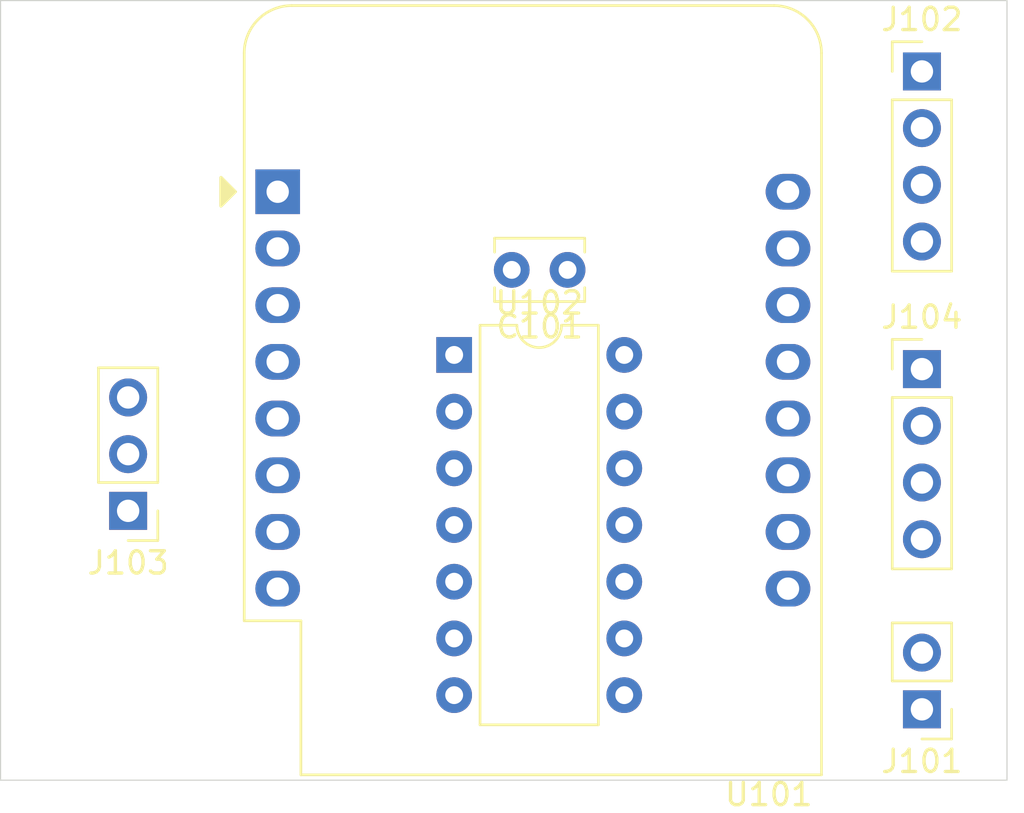
<source format=kicad_pcb>
(kicad_pcb (version 20171130) (host pcbnew 5.1.10-88a1d61d58~90~ubuntu20.04.1)

  (general
    (thickness 1.6)
    (drawings 4)
    (tracks 0)
    (zones 0)
    (modules 7)
    (nets 23)
  )

  (page A4)
  (layers
    (0 F.Cu signal)
    (31 B.Cu signal)
    (32 B.Adhes user)
    (33 F.Adhes user)
    (34 B.Paste user)
    (35 F.Paste user)
    (36 B.SilkS user)
    (37 F.SilkS user)
    (38 B.Mask user)
    (39 F.Mask user)
    (40 Dwgs.User user)
    (41 Cmts.User user)
    (42 Eco1.User user)
    (43 Eco2.User user)
    (44 Edge.Cuts user)
    (45 Margin user)
    (46 B.CrtYd user)
    (47 F.CrtYd user)
    (48 B.Fab user)
    (49 F.Fab user)
  )

  (setup
    (last_trace_width 0.25)
    (trace_clearance 0.2)
    (zone_clearance 0.508)
    (zone_45_only no)
    (trace_min 0.2)
    (via_size 0.8)
    (via_drill 0.4)
    (via_min_size 0.4)
    (via_min_drill 0.3)
    (uvia_size 0.3)
    (uvia_drill 0.1)
    (uvias_allowed no)
    (uvia_min_size 0.2)
    (uvia_min_drill 0.1)
    (edge_width 0.05)
    (segment_width 0.2)
    (pcb_text_width 0.3)
    (pcb_text_size 1.5 1.5)
    (mod_edge_width 0.12)
    (mod_text_size 1 1)
    (mod_text_width 0.15)
    (pad_size 1.524 1.524)
    (pad_drill 0.762)
    (pad_to_mask_clearance 0)
    (aux_axis_origin 0 0)
    (visible_elements FFFFFF7F)
    (pcbplotparams
      (layerselection 0x010fc_ffffffff)
      (usegerberextensions false)
      (usegerberattributes true)
      (usegerberadvancedattributes true)
      (creategerberjobfile true)
      (excludeedgelayer true)
      (linewidth 0.100000)
      (plotframeref false)
      (viasonmask false)
      (mode 1)
      (useauxorigin false)
      (hpglpennumber 1)
      (hpglpenspeed 20)
      (hpglpendiameter 15.000000)
      (psnegative false)
      (psa4output false)
      (plotreference true)
      (plotvalue true)
      (plotinvisibletext false)
      (padsonsilk false)
      (subtractmaskfromsilk false)
      (outputformat 1)
      (mirror false)
      (drillshape 1)
      (scaleselection 1)
      (outputdirectory ""))
  )

  (net 0 "")
  (net 1 GND)
  (net 2 +5V)
  (net 3 "Net-(J103-Pad3)")
  (net 4 "Net-(J103-Pad2)")
  (net 5 "Net-(J103-Pad1)")
  (net 6 "Net-(U101-Pad16)")
  (net 7 "Net-(U101-Pad15)")
  (net 8 "Net-(U101-Pad7)")
  (net 9 "Net-(U101-Pad6)")
  (net 10 "Net-(U101-Pad5)")
  (net 11 "Net-(U101-Pad4)")
  (net 12 "Net-(U101-Pad3)")
  (net 13 "Net-(U101-Pad1)")
  (net 14 "Net-(U101-Pad2)")
  (net 15 "Net-(U102-Pad13)")
  (net 16 "Net-(U102-Pad6)")
  (net 17 "Net-(U102-Pad11)")
  (net 18 SDA)
  (net 19 SCL)
  (net 20 +3V3)
  (net 21 RXIN)
  (net 22 TXOUT)

  (net_class Default "This is the default net class."
    (clearance 0.2)
    (trace_width 0.25)
    (via_dia 0.8)
    (via_drill 0.4)
    (uvia_dia 0.3)
    (uvia_drill 0.1)
    (add_net +3V3)
    (add_net +5V)
    (add_net GND)
    (add_net "Net-(J103-Pad1)")
    (add_net "Net-(J103-Pad2)")
    (add_net "Net-(J103-Pad3)")
    (add_net "Net-(U101-Pad1)")
    (add_net "Net-(U101-Pad15)")
    (add_net "Net-(U101-Pad16)")
    (add_net "Net-(U101-Pad2)")
    (add_net "Net-(U101-Pad3)")
    (add_net "Net-(U101-Pad4)")
    (add_net "Net-(U101-Pad5)")
    (add_net "Net-(U101-Pad6)")
    (add_net "Net-(U101-Pad7)")
    (add_net "Net-(U102-Pad11)")
    (add_net "Net-(U102-Pad13)")
    (add_net "Net-(U102-Pad6)")
    (add_net RXIN)
    (add_net SCL)
    (add_net SDA)
    (add_net TXOUT)
  )

  (module Connector_PinHeader_2.54mm:PinHeader_1x04_P2.54mm_Vertical (layer F.Cu) (tedit 59FED5CC) (tstamp 61228F68)
    (at 129.54 60.325)
    (descr "Through hole straight pin header, 1x04, 2.54mm pitch, single row")
    (tags "Through hole pin header THT 1x04 2.54mm single row")
    (path /6125B88C)
    (fp_text reference J104 (at 0 -2.33) (layer F.SilkS)
      (effects (font (size 1 1) (thickness 0.15)))
    )
    (fp_text value Conn_UART (at 0 9.95) (layer F.Fab)
      (effects (font (size 1 1) (thickness 0.15)))
    )
    (fp_text user %R (at 0 3.81 90) (layer F.Fab)
      (effects (font (size 1 1) (thickness 0.15)))
    )
    (fp_line (start -0.635 -1.27) (end 1.27 -1.27) (layer F.Fab) (width 0.1))
    (fp_line (start 1.27 -1.27) (end 1.27 8.89) (layer F.Fab) (width 0.1))
    (fp_line (start 1.27 8.89) (end -1.27 8.89) (layer F.Fab) (width 0.1))
    (fp_line (start -1.27 8.89) (end -1.27 -0.635) (layer F.Fab) (width 0.1))
    (fp_line (start -1.27 -0.635) (end -0.635 -1.27) (layer F.Fab) (width 0.1))
    (fp_line (start -1.33 8.95) (end 1.33 8.95) (layer F.SilkS) (width 0.12))
    (fp_line (start -1.33 1.27) (end -1.33 8.95) (layer F.SilkS) (width 0.12))
    (fp_line (start 1.33 1.27) (end 1.33 8.95) (layer F.SilkS) (width 0.12))
    (fp_line (start -1.33 1.27) (end 1.33 1.27) (layer F.SilkS) (width 0.12))
    (fp_line (start -1.33 0) (end -1.33 -1.33) (layer F.SilkS) (width 0.12))
    (fp_line (start -1.33 -1.33) (end 0 -1.33) (layer F.SilkS) (width 0.12))
    (fp_line (start -1.8 -1.8) (end -1.8 9.4) (layer F.CrtYd) (width 0.05))
    (fp_line (start -1.8 9.4) (end 1.8 9.4) (layer F.CrtYd) (width 0.05))
    (fp_line (start 1.8 9.4) (end 1.8 -1.8) (layer F.CrtYd) (width 0.05))
    (fp_line (start 1.8 -1.8) (end -1.8 -1.8) (layer F.CrtYd) (width 0.05))
    (pad 4 thru_hole oval (at 0 7.62) (size 1.7 1.7) (drill 1) (layers *.Cu *.Mask)
      (net 21 RXIN))
    (pad 3 thru_hole oval (at 0 5.08) (size 1.7 1.7) (drill 1) (layers *.Cu *.Mask)
      (net 22 TXOUT))
    (pad 2 thru_hole oval (at 0 2.54) (size 1.7 1.7) (drill 1) (layers *.Cu *.Mask)
      (net 1 GND))
    (pad 1 thru_hole rect (at 0 0) (size 1.7 1.7) (drill 1) (layers *.Cu *.Mask)
      (net 2 +5V))
    (model ${KISYS3DMOD}/Connector_PinHeader_2.54mm.3dshapes/PinHeader_1x04_P2.54mm_Vertical.wrl
      (at (xyz 0 0 0))
      (scale (xyz 1 1 1))
      (rotate (xyz 0 0 0))
    )
  )

  (module Capacitor_THT:C_Disc_D3.8mm_W2.6mm_P2.50mm (layer F.Cu) (tedit 5AE50EF0) (tstamp 61228F0E)
    (at 113.665 55.88 180)
    (descr "C, Disc series, Radial, pin pitch=2.50mm, , diameter*width=3.8*2.6mm^2, Capacitor, http://www.vishay.com/docs/45233/krseries.pdf")
    (tags "C Disc series Radial pin pitch 2.50mm  diameter 3.8mm width 2.6mm Capacitor")
    (path /6122B09C)
    (fp_text reference C101 (at 1.25 -2.55) (layer F.SilkS)
      (effects (font (size 1 1) (thickness 0.15)))
    )
    (fp_text value C (at 1.25 2.55) (layer F.Fab)
      (effects (font (size 1 1) (thickness 0.15)))
    )
    (fp_text user %R (at 3.164999 0.329999) (layer F.Fab)
      (effects (font (size 0.76 0.76) (thickness 0.114)))
    )
    (fp_line (start -0.65 -1.3) (end -0.65 1.3) (layer F.Fab) (width 0.1))
    (fp_line (start -0.65 1.3) (end 3.15 1.3) (layer F.Fab) (width 0.1))
    (fp_line (start 3.15 1.3) (end 3.15 -1.3) (layer F.Fab) (width 0.1))
    (fp_line (start 3.15 -1.3) (end -0.65 -1.3) (layer F.Fab) (width 0.1))
    (fp_line (start -0.77 -1.42) (end 3.27 -1.42) (layer F.SilkS) (width 0.12))
    (fp_line (start -0.77 1.42) (end 3.27 1.42) (layer F.SilkS) (width 0.12))
    (fp_line (start -0.77 -1.42) (end -0.77 -0.795) (layer F.SilkS) (width 0.12))
    (fp_line (start -0.77 0.795) (end -0.77 1.42) (layer F.SilkS) (width 0.12))
    (fp_line (start 3.27 -1.42) (end 3.27 -0.795) (layer F.SilkS) (width 0.12))
    (fp_line (start 3.27 0.795) (end 3.27 1.42) (layer F.SilkS) (width 0.12))
    (fp_line (start -1.05 -1.55) (end -1.05 1.55) (layer F.CrtYd) (width 0.05))
    (fp_line (start -1.05 1.55) (end 3.55 1.55) (layer F.CrtYd) (width 0.05))
    (fp_line (start 3.55 1.55) (end 3.55 -1.55) (layer F.CrtYd) (width 0.05))
    (fp_line (start 3.55 -1.55) (end -1.05 -1.55) (layer F.CrtYd) (width 0.05))
    (pad 2 thru_hole circle (at 2.5 0 180) (size 1.6 1.6) (drill 0.8) (layers *.Cu *.Mask)
      (net 1 GND))
    (pad 1 thru_hole circle (at 0 0 180) (size 1.6 1.6) (drill 0.8) (layers *.Cu *.Mask)
      (net 2 +5V))
    (model ${KISYS3DMOD}/Capacitor_THT.3dshapes/C_Disc_D3.8mm_W2.6mm_P2.50mm.wrl
      (at (xyz 0 0 0))
      (scale (xyz 1 1 1))
      (rotate (xyz 0 0 0))
    )
  )

  (module Package_DIP:DIP-14_W7.62mm (layer F.Cu) (tedit 5A02E8C5) (tstamp 61228BDA)
    (at 108.585 59.69)
    (descr "14-lead though-hole mounted DIP package, row spacing 7.62 mm (300 mils)")
    (tags "THT DIP DIL PDIP 2.54mm 7.62mm 300mil")
    (path /612230CD)
    (fp_text reference U102 (at 3.81 -2.33) (layer F.SilkS)
      (effects (font (size 1 1) (thickness 0.15)))
    )
    (fp_text value 74HC04 (at 3.81 17.57) (layer F.Fab)
      (effects (font (size 1 1) (thickness 0.15)))
    )
    (fp_text user %R (at 3.81 7.62) (layer F.Fab)
      (effects (font (size 1 1) (thickness 0.15)))
    )
    (fp_arc (start 3.81 -1.33) (end 2.81 -1.33) (angle -180) (layer F.SilkS) (width 0.12))
    (fp_line (start 1.635 -1.27) (end 6.985 -1.27) (layer F.Fab) (width 0.1))
    (fp_line (start 6.985 -1.27) (end 6.985 16.51) (layer F.Fab) (width 0.1))
    (fp_line (start 6.985 16.51) (end 0.635 16.51) (layer F.Fab) (width 0.1))
    (fp_line (start 0.635 16.51) (end 0.635 -0.27) (layer F.Fab) (width 0.1))
    (fp_line (start 0.635 -0.27) (end 1.635 -1.27) (layer F.Fab) (width 0.1))
    (fp_line (start 2.81 -1.33) (end 1.16 -1.33) (layer F.SilkS) (width 0.12))
    (fp_line (start 1.16 -1.33) (end 1.16 16.57) (layer F.SilkS) (width 0.12))
    (fp_line (start 1.16 16.57) (end 6.46 16.57) (layer F.SilkS) (width 0.12))
    (fp_line (start 6.46 16.57) (end 6.46 -1.33) (layer F.SilkS) (width 0.12))
    (fp_line (start 6.46 -1.33) (end 4.81 -1.33) (layer F.SilkS) (width 0.12))
    (fp_line (start -1.1 -1.55) (end -1.1 16.8) (layer F.CrtYd) (width 0.05))
    (fp_line (start -1.1 16.8) (end 8.7 16.8) (layer F.CrtYd) (width 0.05))
    (fp_line (start 8.7 16.8) (end 8.7 -1.55) (layer F.CrtYd) (width 0.05))
    (fp_line (start 8.7 -1.55) (end -1.1 -1.55) (layer F.CrtYd) (width 0.05))
    (pad 14 thru_hole oval (at 7.62 0) (size 1.6 1.6) (drill 0.8) (layers *.Cu *.Mask)
      (net 2 +5V))
    (pad 7 thru_hole oval (at 0 15.24) (size 1.6 1.6) (drill 0.8) (layers *.Cu *.Mask)
      (net 1 GND))
    (pad 13 thru_hole oval (at 7.62 2.54) (size 1.6 1.6) (drill 0.8) (layers *.Cu *.Mask)
      (net 15 "Net-(U102-Pad13)"))
    (pad 6 thru_hole oval (at 0 12.7) (size 1.6 1.6) (drill 0.8) (layers *.Cu *.Mask)
      (net 16 "Net-(U102-Pad6)"))
    (pad 12 thru_hole oval (at 7.62 5.08) (size 1.6 1.6) (drill 0.8) (layers *.Cu *.Mask)
      (net 3 "Net-(J103-Pad3)"))
    (pad 5 thru_hole oval (at 0 10.16) (size 1.6 1.6) (drill 0.8) (layers *.Cu *.Mask)
      (net 9 "Net-(U101-Pad6)"))
    (pad 11 thru_hole oval (at 7.62 7.62) (size 1.6 1.6) (drill 0.8) (layers *.Cu *.Mask)
      (net 17 "Net-(U102-Pad11)"))
    (pad 4 thru_hole oval (at 0 7.62) (size 1.6 1.6) (drill 0.8) (layers *.Cu *.Mask)
      (net 17 "Net-(U102-Pad11)"))
    (pad 10 thru_hole oval (at 7.62 10.16) (size 1.6 1.6) (drill 0.8) (layers *.Cu *.Mask)
      (net 4 "Net-(J103-Pad2)"))
    (pad 3 thru_hole oval (at 0 5.08) (size 1.6 1.6) (drill 0.8) (layers *.Cu *.Mask)
      (net 10 "Net-(U101-Pad5)"))
    (pad 9 thru_hole oval (at 7.62 12.7) (size 1.6 1.6) (drill 0.8) (layers *.Cu *.Mask)
      (net 16 "Net-(U102-Pad6)"))
    (pad 2 thru_hole oval (at 0 2.54) (size 1.6 1.6) (drill 0.8) (layers *.Cu *.Mask)
      (net 15 "Net-(U102-Pad13)"))
    (pad 8 thru_hole oval (at 7.62 15.24) (size 1.6 1.6) (drill 0.8) (layers *.Cu *.Mask)
      (net 5 "Net-(J103-Pad1)"))
    (pad 1 thru_hole rect (at 0 0) (size 1.6 1.6) (drill 0.8) (layers *.Cu *.Mask)
      (net 11 "Net-(U101-Pad4)"))
    (model ${KISYS3DMOD}/Package_DIP.3dshapes/DIP-14_W7.62mm.wrl
      (at (xyz 0 0 0))
      (scale (xyz 1 1 1))
      (rotate (xyz 0 0 0))
    )
  )

  (module Module:WEMOS_D1_mini_light (layer F.Cu) (tedit 5BBFB1CE) (tstamp 61228BB8)
    (at 100.68 52.38)
    (descr "16-pin module, column spacing 22.86 mm (900 mils), https://wiki.wemos.cc/products:d1:d1_mini, https://c1.staticflickr.com/1/734/31400410271_f278b087db_z.jpg")
    (tags "ESP8266 WiFi microcontroller")
    (path /61222A73)
    (fp_text reference U101 (at 22 27) (layer F.SilkS)
      (effects (font (size 1 1) (thickness 0.15)))
    )
    (fp_text value WeMos_D1_mini (at 11.7 0) (layer F.Fab)
      (effects (font (size 1 1) (thickness 0.15)))
    )
    (fp_text user "No copper" (at 11.43 -3.81) (layer Cmts.User)
      (effects (font (size 1 1) (thickness 0.15)))
    )
    (fp_text user "KEEP OUT" (at 11.43 -6.35) (layer Cmts.User)
      (effects (font (size 1 1) (thickness 0.15)))
    )
    (fp_arc (start 22.23 -6.21) (end 24.36 -6.21) (angle -90) (layer F.SilkS) (width 0.12))
    (fp_arc (start 0.63 -6.21) (end 0.63 -8.34) (angle -90) (layer F.SilkS) (width 0.12))
    (fp_arc (start 22.23 -6.21) (end 24.23 -6.19) (angle -90) (layer F.Fab) (width 0.1))
    (fp_arc (start 0.63 -6.21) (end 0.63 -8.21) (angle -90) (layer F.Fab) (width 0.1))
    (fp_text user %R (at 11.43 10) (layer F.Fab)
      (effects (font (size 1 1) (thickness 0.15)))
    )
    (fp_line (start 1.04 26.12) (end 24.36 26.12) (layer F.SilkS) (width 0.12))
    (fp_line (start -1.5 19.22) (end -1.5 -6.21) (layer F.SilkS) (width 0.12))
    (fp_line (start 24.36 26.12) (end 24.36 -6.21) (layer F.SilkS) (width 0.12))
    (fp_line (start 22.24 -8.34) (end 0.63 -8.34) (layer F.SilkS) (width 0.12))
    (fp_line (start 1.17 25.99) (end 24.23 25.99) (layer F.Fab) (width 0.1))
    (fp_line (start 24.23 25.99) (end 24.23 -6.21) (layer F.Fab) (width 0.1))
    (fp_line (start 22.23 -8.21) (end 0.63 -8.21) (layer F.Fab) (width 0.1))
    (fp_line (start -1.37 1) (end -1.37 19.09) (layer F.Fab) (width 0.1))
    (fp_line (start -1.62 -8.46) (end 24.48 -8.46) (layer F.CrtYd) (width 0.05))
    (fp_line (start 24.48 -8.41) (end 24.48 26.24) (layer F.CrtYd) (width 0.05))
    (fp_line (start 24.48 26.24) (end -1.62 26.24) (layer F.CrtYd) (width 0.05))
    (fp_line (start -1.62 26.24) (end -1.62 -8.46) (layer F.CrtYd) (width 0.05))
    (fp_poly (pts (xy -2.54 -0.635) (xy -2.54 0.635) (xy -1.905 0)) (layer F.SilkS) (width 0.15))
    (fp_line (start -1.35 -1.4) (end 24.25 -1.4) (layer Dwgs.User) (width 0.1))
    (fp_line (start 24.25 -1.4) (end 24.25 -8.2) (layer Dwgs.User) (width 0.1))
    (fp_line (start 24.25 -8.2) (end -1.35 -8.2) (layer Dwgs.User) (width 0.1))
    (fp_line (start -1.35 -8.2) (end -1.35 -1.4) (layer Dwgs.User) (width 0.1))
    (fp_line (start -1.35 -1.4) (end 5.45 -8.2) (layer Dwgs.User) (width 0.1))
    (fp_line (start 0.65 -1.4) (end 7.45 -8.2) (layer Dwgs.User) (width 0.1))
    (fp_line (start 2.65 -1.4) (end 9.45 -8.2) (layer Dwgs.User) (width 0.1))
    (fp_line (start 4.65 -1.4) (end 11.45 -8.2) (layer Dwgs.User) (width 0.1))
    (fp_line (start 6.65 -1.4) (end 13.45 -8.2) (layer Dwgs.User) (width 0.1))
    (fp_line (start 8.65 -1.4) (end 15.45 -8.2) (layer Dwgs.User) (width 0.1))
    (fp_line (start 10.65 -1.4) (end 17.45 -8.2) (layer Dwgs.User) (width 0.1))
    (fp_line (start 12.65 -1.4) (end 19.45 -8.2) (layer Dwgs.User) (width 0.1))
    (fp_line (start 14.65 -1.4) (end 21.45 -8.2) (layer Dwgs.User) (width 0.1))
    (fp_line (start 16.65 -1.4) (end 23.45 -8.2) (layer Dwgs.User) (width 0.1))
    (fp_line (start 18.65 -1.4) (end 24.25 -7) (layer Dwgs.User) (width 0.1))
    (fp_line (start 20.65 -1.4) (end 24.25 -5) (layer Dwgs.User) (width 0.1))
    (fp_line (start 22.65 -1.4) (end 24.25 -3) (layer Dwgs.User) (width 0.1))
    (fp_line (start -1.35 -3.4) (end 3.45 -8.2) (layer Dwgs.User) (width 0.1))
    (fp_line (start -1.3 -5.45) (end 1.45 -8.2) (layer Dwgs.User) (width 0.1))
    (fp_line (start -1.35 -7.4) (end -0.55 -8.2) (layer Dwgs.User) (width 0.1))
    (fp_line (start -1.37 19.09) (end 1.17 19.09) (layer F.Fab) (width 0.1))
    (fp_line (start 1.17 19.09) (end 1.17 25.99) (layer F.Fab) (width 0.1))
    (fp_line (start -1.37 -6.21) (end -1.37 -1) (layer F.Fab) (width 0.1))
    (fp_line (start -1.37 1) (end -0.37 0) (layer F.Fab) (width 0.1))
    (fp_line (start -0.37 0) (end -1.37 -1) (layer F.Fab) (width 0.1))
    (fp_line (start -1.5 19.22) (end 1.04 19.22) (layer F.SilkS) (width 0.12))
    (fp_line (start 1.04 19.22) (end 1.04 26.12) (layer F.SilkS) (width 0.12))
    (pad 16 thru_hole oval (at 22.86 0) (size 2 1.6) (drill 1) (layers *.Cu *.Mask)
      (net 6 "Net-(U101-Pad16)"))
    (pad 15 thru_hole oval (at 22.86 2.54) (size 2 1.6) (drill 1) (layers *.Cu *.Mask)
      (net 7 "Net-(U101-Pad15)"))
    (pad 14 thru_hole oval (at 22.86 5.08) (size 2 1.6) (drill 1) (layers *.Cu *.Mask)
      (net 19 SCL))
    (pad 13 thru_hole oval (at 22.86 7.62) (size 2 1.6) (drill 1) (layers *.Cu *.Mask)
      (net 18 SDA))
    (pad 12 thru_hole oval (at 22.86 10.16) (size 2 1.6) (drill 1) (layers *.Cu *.Mask)
      (net 22 TXOUT))
    (pad 11 thru_hole oval (at 22.86 12.7) (size 2 1.6) (drill 1) (layers *.Cu *.Mask)
      (net 21 RXIN))
    (pad 10 thru_hole oval (at 22.86 15.24) (size 2 1.6) (drill 1) (layers *.Cu *.Mask)
      (net 1 GND))
    (pad 9 thru_hole oval (at 22.86 17.78) (size 2 1.6) (drill 1) (layers *.Cu *.Mask)
      (net 2 +5V))
    (pad 8 thru_hole oval (at 0 17.78) (size 2 1.6) (drill 1) (layers *.Cu *.Mask)
      (net 20 +3V3))
    (pad 7 thru_hole oval (at 0 15.24) (size 2 1.6) (drill 1) (layers *.Cu *.Mask)
      (net 8 "Net-(U101-Pad7)"))
    (pad 6 thru_hole oval (at 0 12.7) (size 2 1.6) (drill 1) (layers *.Cu *.Mask)
      (net 9 "Net-(U101-Pad6)"))
    (pad 5 thru_hole oval (at 0 10.16) (size 2 1.6) (drill 1) (layers *.Cu *.Mask)
      (net 10 "Net-(U101-Pad5)"))
    (pad 4 thru_hole oval (at 0 7.62) (size 2 1.6) (drill 1) (layers *.Cu *.Mask)
      (net 11 "Net-(U101-Pad4)"))
    (pad 3 thru_hole oval (at 0 5.08) (size 2 1.6) (drill 1) (layers *.Cu *.Mask)
      (net 12 "Net-(U101-Pad3)"))
    (pad 1 thru_hole rect (at 0 0) (size 2 2) (drill 1) (layers *.Cu *.Mask)
      (net 13 "Net-(U101-Pad1)"))
    (pad 2 thru_hole oval (at 0 2.54) (size 2 1.6) (drill 1) (layers *.Cu *.Mask)
      (net 14 "Net-(U101-Pad2)"))
    (model ${KISYS3DMOD}/Module.3dshapes/WEMOS_D1_mini_light.wrl
      (at (xyz 0 0 0))
      (scale (xyz 1 1 1))
      (rotate (xyz 0 0 0))
    )
    (model ${KISYS3DMOD}/Connector_PinHeader_2.54mm.3dshapes/PinHeader_1x08_P2.54mm_Vertical.wrl
      (offset (xyz 0 0 9.5))
      (scale (xyz 1 1 1))
      (rotate (xyz 0 -180 0))
    )
    (model ${KISYS3DMOD}/Connector_PinHeader_2.54mm.3dshapes/PinHeader_1x08_P2.54mm_Vertical.wrl
      (offset (xyz 22.86 0 9.5))
      (scale (xyz 1 1 1))
      (rotate (xyz 0 -180 0))
    )
    (model ${KISYS3DMOD}/Connector_PinSocket_2.54mm.3dshapes/PinSocket_1x08_P2.54mm_Vertical.wrl
      (at (xyz 0 0 0))
      (scale (xyz 1 1 1))
      (rotate (xyz 0 0 0))
    )
    (model ${KISYS3DMOD}/Connector_PinSocket_2.54mm.3dshapes/PinSocket_1x08_P2.54mm_Vertical.wrl
      (offset (xyz 22.86 0 0))
      (scale (xyz 1 1 1))
      (rotate (xyz 0 0 0))
    )
  )

  (module Connector_PinHeader_2.54mm:PinHeader_1x03_P2.54mm_Vertical (layer F.Cu) (tedit 59FED5CC) (tstamp 61228B75)
    (at 93.98 66.675 180)
    (descr "Through hole straight pin header, 1x03, 2.54mm pitch, single row")
    (tags "Through hole pin header THT 1x03 2.54mm single row")
    (path /6122D66D)
    (fp_text reference J103 (at 0 -2.33) (layer F.SilkS)
      (effects (font (size 1 1) (thickness 0.15)))
    )
    (fp_text value Conn_LED (at 0 7.41) (layer F.Fab)
      (effects (font (size 1 1) (thickness 0.15)))
    )
    (fp_text user %R (at 0 2.54 90) (layer F.Fab)
      (effects (font (size 1 1) (thickness 0.15)))
    )
    (fp_line (start -0.635 -1.27) (end 1.27 -1.27) (layer F.Fab) (width 0.1))
    (fp_line (start 1.27 -1.27) (end 1.27 6.35) (layer F.Fab) (width 0.1))
    (fp_line (start 1.27 6.35) (end -1.27 6.35) (layer F.Fab) (width 0.1))
    (fp_line (start -1.27 6.35) (end -1.27 -0.635) (layer F.Fab) (width 0.1))
    (fp_line (start -1.27 -0.635) (end -0.635 -1.27) (layer F.Fab) (width 0.1))
    (fp_line (start -1.33 6.41) (end 1.33 6.41) (layer F.SilkS) (width 0.12))
    (fp_line (start -1.33 1.27) (end -1.33 6.41) (layer F.SilkS) (width 0.12))
    (fp_line (start 1.33 1.27) (end 1.33 6.41) (layer F.SilkS) (width 0.12))
    (fp_line (start -1.33 1.27) (end 1.33 1.27) (layer F.SilkS) (width 0.12))
    (fp_line (start -1.33 0) (end -1.33 -1.33) (layer F.SilkS) (width 0.12))
    (fp_line (start -1.33 -1.33) (end 0 -1.33) (layer F.SilkS) (width 0.12))
    (fp_line (start -1.8 -1.8) (end -1.8 6.85) (layer F.CrtYd) (width 0.05))
    (fp_line (start -1.8 6.85) (end 1.8 6.85) (layer F.CrtYd) (width 0.05))
    (fp_line (start 1.8 6.85) (end 1.8 -1.8) (layer F.CrtYd) (width 0.05))
    (fp_line (start 1.8 -1.8) (end -1.8 -1.8) (layer F.CrtYd) (width 0.05))
    (pad 3 thru_hole oval (at 0 5.08 180) (size 1.7 1.7) (drill 1) (layers *.Cu *.Mask)
      (net 3 "Net-(J103-Pad3)"))
    (pad 2 thru_hole oval (at 0 2.54 180) (size 1.7 1.7) (drill 1) (layers *.Cu *.Mask)
      (net 4 "Net-(J103-Pad2)"))
    (pad 1 thru_hole rect (at 0 0 180) (size 1.7 1.7) (drill 1) (layers *.Cu *.Mask)
      (net 5 "Net-(J103-Pad1)"))
    (model ${KISYS3DMOD}/Connector_PinHeader_2.54mm.3dshapes/PinHeader_1x03_P2.54mm_Vertical.wrl
      (at (xyz 0 0 0))
      (scale (xyz 1 1 1))
      (rotate (xyz 0 0 0))
    )
  )

  (module Connector_PinHeader_2.54mm:PinHeader_1x04_P2.54mm_Vertical (layer F.Cu) (tedit 59FED5CC) (tstamp 61228B5E)
    (at 129.54 46.99)
    (descr "Through hole straight pin header, 1x04, 2.54mm pitch, single row")
    (tags "Through hole pin header THT 1x04 2.54mm single row")
    (path /61246FA9)
    (fp_text reference J102 (at 0 -2.33) (layer F.SilkS)
      (effects (font (size 1 1) (thickness 0.15)))
    )
    (fp_text value Conn_I2C (at 0 9.95) (layer F.Fab)
      (effects (font (size 1 1) (thickness 0.15)))
    )
    (fp_text user %R (at 0 3.81 90) (layer F.Fab)
      (effects (font (size 1 1) (thickness 0.15)))
    )
    (fp_line (start -0.635 -1.27) (end 1.27 -1.27) (layer F.Fab) (width 0.1))
    (fp_line (start 1.27 -1.27) (end 1.27 8.89) (layer F.Fab) (width 0.1))
    (fp_line (start 1.27 8.89) (end -1.27 8.89) (layer F.Fab) (width 0.1))
    (fp_line (start -1.27 8.89) (end -1.27 -0.635) (layer F.Fab) (width 0.1))
    (fp_line (start -1.27 -0.635) (end -0.635 -1.27) (layer F.Fab) (width 0.1))
    (fp_line (start -1.33 8.95) (end 1.33 8.95) (layer F.SilkS) (width 0.12))
    (fp_line (start -1.33 1.27) (end -1.33 8.95) (layer F.SilkS) (width 0.12))
    (fp_line (start 1.33 1.27) (end 1.33 8.95) (layer F.SilkS) (width 0.12))
    (fp_line (start -1.33 1.27) (end 1.33 1.27) (layer F.SilkS) (width 0.12))
    (fp_line (start -1.33 0) (end -1.33 -1.33) (layer F.SilkS) (width 0.12))
    (fp_line (start -1.33 -1.33) (end 0 -1.33) (layer F.SilkS) (width 0.12))
    (fp_line (start -1.8 -1.8) (end -1.8 9.4) (layer F.CrtYd) (width 0.05))
    (fp_line (start -1.8 9.4) (end 1.8 9.4) (layer F.CrtYd) (width 0.05))
    (fp_line (start 1.8 9.4) (end 1.8 -1.8) (layer F.CrtYd) (width 0.05))
    (fp_line (start 1.8 -1.8) (end -1.8 -1.8) (layer F.CrtYd) (width 0.05))
    (pad 4 thru_hole oval (at 0 7.62) (size 1.7 1.7) (drill 1) (layers *.Cu *.Mask)
      (net 18 SDA))
    (pad 3 thru_hole oval (at 0 5.08) (size 1.7 1.7) (drill 1) (layers *.Cu *.Mask)
      (net 19 SCL))
    (pad 2 thru_hole oval (at 0 2.54) (size 1.7 1.7) (drill 1) (layers *.Cu *.Mask)
      (net 1 GND))
    (pad 1 thru_hole rect (at 0 0) (size 1.7 1.7) (drill 1) (layers *.Cu *.Mask)
      (net 20 +3V3))
    (model ${KISYS3DMOD}/Connector_PinHeader_2.54mm.3dshapes/PinHeader_1x04_P2.54mm_Vertical.wrl
      (at (xyz 0 0 0))
      (scale (xyz 1 1 1))
      (rotate (xyz 0 0 0))
    )
  )

  (module Connector_PinHeader_2.54mm:PinHeader_1x02_P2.54mm_Vertical (layer F.Cu) (tedit 59FED5CC) (tstamp 61228B46)
    (at 129.54 75.565 180)
    (descr "Through hole straight pin header, 1x02, 2.54mm pitch, single row")
    (tags "Through hole pin header THT 1x02 2.54mm single row")
    (path /61236D41)
    (fp_text reference J101 (at 0 -2.33) (layer F.SilkS)
      (effects (font (size 1 1) (thickness 0.15)))
    )
    (fp_text value Conn_Power (at 0 4.87) (layer F.Fab)
      (effects (font (size 1 1) (thickness 0.15)))
    )
    (fp_text user %R (at 0 1.27 90) (layer F.Fab)
      (effects (font (size 1 1) (thickness 0.15)))
    )
    (fp_line (start -0.635 -1.27) (end 1.27 -1.27) (layer F.Fab) (width 0.1))
    (fp_line (start 1.27 -1.27) (end 1.27 3.81) (layer F.Fab) (width 0.1))
    (fp_line (start 1.27 3.81) (end -1.27 3.81) (layer F.Fab) (width 0.1))
    (fp_line (start -1.27 3.81) (end -1.27 -0.635) (layer F.Fab) (width 0.1))
    (fp_line (start -1.27 -0.635) (end -0.635 -1.27) (layer F.Fab) (width 0.1))
    (fp_line (start -1.33 3.87) (end 1.33 3.87) (layer F.SilkS) (width 0.12))
    (fp_line (start -1.33 1.27) (end -1.33 3.87) (layer F.SilkS) (width 0.12))
    (fp_line (start 1.33 1.27) (end 1.33 3.87) (layer F.SilkS) (width 0.12))
    (fp_line (start -1.33 1.27) (end 1.33 1.27) (layer F.SilkS) (width 0.12))
    (fp_line (start -1.33 0) (end -1.33 -1.33) (layer F.SilkS) (width 0.12))
    (fp_line (start -1.33 -1.33) (end 0 -1.33) (layer F.SilkS) (width 0.12))
    (fp_line (start -1.8 -1.8) (end -1.8 4.35) (layer F.CrtYd) (width 0.05))
    (fp_line (start -1.8 4.35) (end 1.8 4.35) (layer F.CrtYd) (width 0.05))
    (fp_line (start 1.8 4.35) (end 1.8 -1.8) (layer F.CrtYd) (width 0.05))
    (fp_line (start 1.8 -1.8) (end -1.8 -1.8) (layer F.CrtYd) (width 0.05))
    (pad 2 thru_hole oval (at 0 2.54 180) (size 1.7 1.7) (drill 1) (layers *.Cu *.Mask)
      (net 1 GND))
    (pad 1 thru_hole rect (at 0 0 180) (size 1.7 1.7) (drill 1) (layers *.Cu *.Mask)
      (net 2 +5V))
    (model ${KISYS3DMOD}/Connector_PinHeader_2.54mm.3dshapes/PinHeader_1x02_P2.54mm_Vertical.wrl
      (at (xyz 0 0 0))
      (scale (xyz 1 1 1))
      (rotate (xyz 0 0 0))
    )
  )

  (gr_line (start 133.35 43.815) (end 88.265 43.815) (layer Edge.Cuts) (width 0.05) (tstamp 61228A8B))
  (gr_line (start 133.35 78.74) (end 133.35 43.815) (layer Edge.Cuts) (width 0.05))
  (gr_line (start 88.265 78.74) (end 133.35 78.74) (layer Edge.Cuts) (width 0.05))
  (gr_line (start 88.265 43.815) (end 88.265 78.74) (layer Edge.Cuts) (width 0.05))

)

</source>
